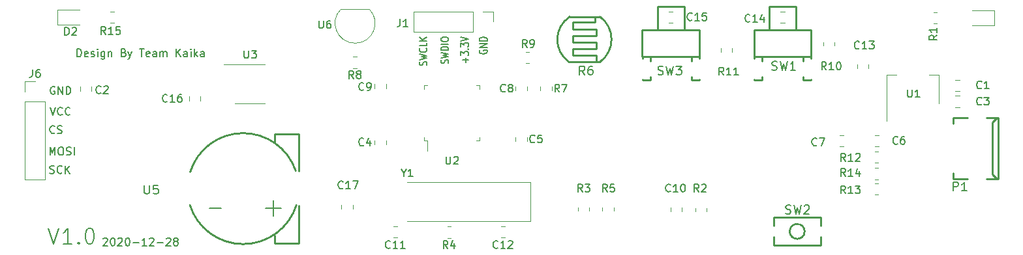
<source format=gto>
%TF.GenerationSoftware,KiCad,Pcbnew,(5.1.9)-1*%
%TF.CreationDate,2020-12-28T18:37:18+08:00*%
%TF.ProjectId,kaika_clock_main,6b61696b-615f-4636-9c6f-636b5f6d6169,rev?*%
%TF.SameCoordinates,Original*%
%TF.FileFunction,Legend,Top*%
%TF.FilePolarity,Positive*%
%FSLAX46Y46*%
G04 Gerber Fmt 4.6, Leading zero omitted, Abs format (unit mm)*
G04 Created by KiCad (PCBNEW (5.1.9)-1) date 2020-12-28 18:37:18*
%MOMM*%
%LPD*%
G01*
G04 APERTURE LIST*
%ADD10C,0.150000*%
%ADD11C,0.120000*%
%ADD12C,0.254000*%
%ADD13C,0.152400*%
G04 APERTURE END LIST*
D10*
X104914285Y-121704761D02*
X105057142Y-121752380D01*
X105295238Y-121752380D01*
X105390476Y-121704761D01*
X105438095Y-121657142D01*
X105485714Y-121561904D01*
X105485714Y-121466666D01*
X105438095Y-121371428D01*
X105390476Y-121323809D01*
X105295238Y-121276190D01*
X105104761Y-121228571D01*
X105009523Y-121180952D01*
X104961904Y-121133333D01*
X104914285Y-121038095D01*
X104914285Y-120942857D01*
X104961904Y-120847619D01*
X105009523Y-120800000D01*
X105104761Y-120752380D01*
X105342857Y-120752380D01*
X105485714Y-120800000D01*
X106485714Y-121657142D02*
X106438095Y-121704761D01*
X106295238Y-121752380D01*
X106200000Y-121752380D01*
X106057142Y-121704761D01*
X105961904Y-121609523D01*
X105914285Y-121514285D01*
X105866666Y-121323809D01*
X105866666Y-121180952D01*
X105914285Y-120990476D01*
X105961904Y-120895238D01*
X106057142Y-120800000D01*
X106200000Y-120752380D01*
X106295238Y-120752380D01*
X106438095Y-120800000D01*
X106485714Y-120847619D01*
X106914285Y-121752380D02*
X106914285Y-120752380D01*
X107485714Y-121752380D02*
X107057142Y-121180952D01*
X107485714Y-120752380D02*
X106914285Y-121323809D01*
X104928571Y-119352380D02*
X104928571Y-118352380D01*
X105261904Y-119066666D01*
X105595238Y-118352380D01*
X105595238Y-119352380D01*
X106261904Y-118352380D02*
X106452380Y-118352380D01*
X106547619Y-118400000D01*
X106642857Y-118495238D01*
X106690476Y-118685714D01*
X106690476Y-119019047D01*
X106642857Y-119209523D01*
X106547619Y-119304761D01*
X106452380Y-119352380D01*
X106261904Y-119352380D01*
X106166666Y-119304761D01*
X106071428Y-119209523D01*
X106023809Y-119019047D01*
X106023809Y-118685714D01*
X106071428Y-118495238D01*
X106166666Y-118400000D01*
X106261904Y-118352380D01*
X107071428Y-119304761D02*
X107214285Y-119352380D01*
X107452380Y-119352380D01*
X107547619Y-119304761D01*
X107595238Y-119257142D01*
X107642857Y-119161904D01*
X107642857Y-119066666D01*
X107595238Y-118971428D01*
X107547619Y-118923809D01*
X107452380Y-118876190D01*
X107261904Y-118828571D01*
X107166666Y-118780952D01*
X107119047Y-118733333D01*
X107071428Y-118638095D01*
X107071428Y-118542857D01*
X107119047Y-118447619D01*
X107166666Y-118400000D01*
X107261904Y-118352380D01*
X107500000Y-118352380D01*
X107642857Y-118400000D01*
X108071428Y-119352380D02*
X108071428Y-118352380D01*
X105533333Y-116457142D02*
X105485714Y-116504761D01*
X105342857Y-116552380D01*
X105247619Y-116552380D01*
X105104761Y-116504761D01*
X105009523Y-116409523D01*
X104961904Y-116314285D01*
X104914285Y-116123809D01*
X104914285Y-115980952D01*
X104961904Y-115790476D01*
X105009523Y-115695238D01*
X105104761Y-115600000D01*
X105247619Y-115552380D01*
X105342857Y-115552380D01*
X105485714Y-115600000D01*
X105533333Y-115647619D01*
X105914285Y-116504761D02*
X106057142Y-116552380D01*
X106295238Y-116552380D01*
X106390476Y-116504761D01*
X106438095Y-116457142D01*
X106485714Y-116361904D01*
X106485714Y-116266666D01*
X106438095Y-116171428D01*
X106390476Y-116123809D01*
X106295238Y-116076190D01*
X106104761Y-116028571D01*
X106009523Y-115980952D01*
X105961904Y-115933333D01*
X105914285Y-115838095D01*
X105914285Y-115742857D01*
X105961904Y-115647619D01*
X106009523Y-115600000D01*
X106104761Y-115552380D01*
X106342857Y-115552380D01*
X106485714Y-115600000D01*
X104966666Y-113152380D02*
X105300000Y-114152380D01*
X105633333Y-113152380D01*
X106538095Y-114057142D02*
X106490476Y-114104761D01*
X106347619Y-114152380D01*
X106252380Y-114152380D01*
X106109523Y-114104761D01*
X106014285Y-114009523D01*
X105966666Y-113914285D01*
X105919047Y-113723809D01*
X105919047Y-113580952D01*
X105966666Y-113390476D01*
X106014285Y-113295238D01*
X106109523Y-113200000D01*
X106252380Y-113152380D01*
X106347619Y-113152380D01*
X106490476Y-113200000D01*
X106538095Y-113247619D01*
X107538095Y-114057142D02*
X107490476Y-114104761D01*
X107347619Y-114152380D01*
X107252380Y-114152380D01*
X107109523Y-114104761D01*
X107014285Y-114009523D01*
X106966666Y-113914285D01*
X106919047Y-113723809D01*
X106919047Y-113580952D01*
X106966666Y-113390476D01*
X107014285Y-113295238D01*
X107109523Y-113200000D01*
X107252380Y-113152380D01*
X107347619Y-113152380D01*
X107490476Y-113200000D01*
X107538095Y-113247619D01*
X105538095Y-110500000D02*
X105442857Y-110452380D01*
X105300000Y-110452380D01*
X105157142Y-110500000D01*
X105061904Y-110595238D01*
X105014285Y-110690476D01*
X104966666Y-110880952D01*
X104966666Y-111023809D01*
X105014285Y-111214285D01*
X105061904Y-111309523D01*
X105157142Y-111404761D01*
X105300000Y-111452380D01*
X105395238Y-111452380D01*
X105538095Y-111404761D01*
X105585714Y-111357142D01*
X105585714Y-111023809D01*
X105395238Y-111023809D01*
X106014285Y-111452380D02*
X106014285Y-110452380D01*
X106585714Y-111452380D01*
X106585714Y-110452380D01*
X107061904Y-111452380D02*
X107061904Y-110452380D01*
X107300000Y-110452380D01*
X107442857Y-110500000D01*
X107538095Y-110595238D01*
X107585714Y-110690476D01*
X107633333Y-110880952D01*
X107633333Y-111023809D01*
X107585714Y-111214285D01*
X107538095Y-111309523D01*
X107442857Y-111404761D01*
X107300000Y-111452380D01*
X107061904Y-111452380D01*
X160700000Y-105709523D02*
X160652380Y-105785714D01*
X160652380Y-105900000D01*
X160700000Y-106014285D01*
X160795238Y-106090476D01*
X160890476Y-106128571D01*
X161080952Y-106166666D01*
X161223809Y-106166666D01*
X161414285Y-106128571D01*
X161509523Y-106090476D01*
X161604761Y-106014285D01*
X161652380Y-105900000D01*
X161652380Y-105823809D01*
X161604761Y-105709523D01*
X161557142Y-105671428D01*
X161223809Y-105671428D01*
X161223809Y-105823809D01*
X161652380Y-105328571D02*
X160652380Y-105328571D01*
X161652380Y-104871428D01*
X160652380Y-104871428D01*
X161652380Y-104490476D02*
X160652380Y-104490476D01*
X160652380Y-104300000D01*
X160700000Y-104185714D01*
X160795238Y-104109523D01*
X160890476Y-104071428D01*
X161080952Y-104033333D01*
X161223809Y-104033333D01*
X161414285Y-104071428D01*
X161509523Y-104109523D01*
X161604761Y-104185714D01*
X161652380Y-104300000D01*
X161652380Y-104490476D01*
X158871428Y-107300000D02*
X158871428Y-106690476D01*
X159252380Y-106995238D02*
X158490476Y-106995238D01*
X158252380Y-106385714D02*
X158252380Y-105890476D01*
X158633333Y-106157142D01*
X158633333Y-106042857D01*
X158680952Y-105966666D01*
X158728571Y-105928571D01*
X158823809Y-105890476D01*
X159061904Y-105890476D01*
X159157142Y-105928571D01*
X159204761Y-105966666D01*
X159252380Y-106042857D01*
X159252380Y-106271428D01*
X159204761Y-106347619D01*
X159157142Y-106385714D01*
X159157142Y-105547619D02*
X159204761Y-105509523D01*
X159252380Y-105547619D01*
X159204761Y-105585714D01*
X159157142Y-105547619D01*
X159252380Y-105547619D01*
X158252380Y-105242857D02*
X158252380Y-104747619D01*
X158633333Y-105014285D01*
X158633333Y-104900000D01*
X158680952Y-104823809D01*
X158728571Y-104785714D01*
X158823809Y-104747619D01*
X159061904Y-104747619D01*
X159157142Y-104785714D01*
X159204761Y-104823809D01*
X159252380Y-104900000D01*
X159252380Y-105128571D01*
X159204761Y-105204761D01*
X159157142Y-105242857D01*
X158252380Y-104519047D02*
X159252380Y-104252380D01*
X158252380Y-103985714D01*
X156604761Y-107423809D02*
X156652380Y-107309523D01*
X156652380Y-107119047D01*
X156604761Y-107042856D01*
X156557142Y-107004761D01*
X156461904Y-106966666D01*
X156366666Y-106966666D01*
X156271428Y-107004761D01*
X156223809Y-107042856D01*
X156176190Y-107119047D01*
X156128571Y-107271428D01*
X156080952Y-107347618D01*
X156033333Y-107385713D01*
X155938095Y-107423809D01*
X155842857Y-107423809D01*
X155747619Y-107385713D01*
X155700000Y-107347618D01*
X155652380Y-107271428D01*
X155652380Y-107080951D01*
X155700000Y-106966666D01*
X155652380Y-106699999D02*
X156652380Y-106509523D01*
X155938095Y-106357142D01*
X156652380Y-106204761D01*
X155652380Y-106014285D01*
X156652380Y-105709523D02*
X155652380Y-105709523D01*
X155652380Y-105519047D01*
X155700000Y-105404761D01*
X155795238Y-105328571D01*
X155890476Y-105290475D01*
X156080952Y-105252380D01*
X156223809Y-105252380D01*
X156414285Y-105290475D01*
X156509523Y-105328571D01*
X156604761Y-105404761D01*
X156652380Y-105519047D01*
X156652380Y-105709523D01*
X156652380Y-104909523D02*
X155652380Y-104909523D01*
X155652380Y-104376190D02*
X155652380Y-104223809D01*
X155700000Y-104147618D01*
X155795238Y-104071428D01*
X155985714Y-104033332D01*
X156319047Y-104033332D01*
X156509523Y-104071428D01*
X156604761Y-104147618D01*
X156652380Y-104223809D01*
X156652380Y-104376190D01*
X156604761Y-104452380D01*
X156509523Y-104528571D01*
X156319047Y-104566666D01*
X155985714Y-104566666D01*
X155795238Y-104528571D01*
X155700000Y-104452380D01*
X155652380Y-104376190D01*
X153804761Y-107652380D02*
X153852380Y-107538095D01*
X153852380Y-107347618D01*
X153804761Y-107271428D01*
X153757142Y-107233333D01*
X153661904Y-107195237D01*
X153566666Y-107195237D01*
X153471428Y-107233333D01*
X153423809Y-107271428D01*
X153376190Y-107347618D01*
X153328571Y-107499999D01*
X153280952Y-107576190D01*
X153233333Y-107614285D01*
X153138095Y-107652380D01*
X153042857Y-107652380D01*
X152947619Y-107614285D01*
X152900000Y-107576190D01*
X152852380Y-107499999D01*
X152852380Y-107309523D01*
X152900000Y-107195237D01*
X152852380Y-106928571D02*
X153852380Y-106738095D01*
X153138095Y-106585714D01*
X153852380Y-106433333D01*
X152852380Y-106242857D01*
X153757142Y-105480952D02*
X153804761Y-105519047D01*
X153852380Y-105633333D01*
X153852380Y-105709523D01*
X153804761Y-105823809D01*
X153709523Y-105899999D01*
X153614285Y-105938095D01*
X153423809Y-105976190D01*
X153280952Y-105976190D01*
X153090476Y-105938095D01*
X152995238Y-105899999D01*
X152900000Y-105823809D01*
X152852380Y-105709523D01*
X152852380Y-105633333D01*
X152900000Y-105519047D01*
X152947619Y-105480952D01*
X153852380Y-104757142D02*
X153852380Y-105138095D01*
X152852380Y-105138095D01*
X153852380Y-104490476D02*
X152852380Y-104490476D01*
X153852380Y-104033333D02*
X153280952Y-104376190D01*
X152852380Y-104033333D02*
X153423809Y-104490476D01*
X111842857Y-130247619D02*
X111890476Y-130200000D01*
X111985714Y-130152380D01*
X112223809Y-130152380D01*
X112319047Y-130200000D01*
X112366666Y-130247619D01*
X112414285Y-130342857D01*
X112414285Y-130438095D01*
X112366666Y-130580952D01*
X111795238Y-131152380D01*
X112414285Y-131152380D01*
X113033333Y-130152380D02*
X113128571Y-130152380D01*
X113223809Y-130200000D01*
X113271428Y-130247619D01*
X113319047Y-130342857D01*
X113366666Y-130533333D01*
X113366666Y-130771428D01*
X113319047Y-130961904D01*
X113271428Y-131057142D01*
X113223809Y-131104761D01*
X113128571Y-131152380D01*
X113033333Y-131152380D01*
X112938095Y-131104761D01*
X112890476Y-131057142D01*
X112842857Y-130961904D01*
X112795238Y-130771428D01*
X112795238Y-130533333D01*
X112842857Y-130342857D01*
X112890476Y-130247619D01*
X112938095Y-130200000D01*
X113033333Y-130152380D01*
X113747619Y-130247619D02*
X113795238Y-130200000D01*
X113890476Y-130152380D01*
X114128571Y-130152380D01*
X114223809Y-130200000D01*
X114271428Y-130247619D01*
X114319047Y-130342857D01*
X114319047Y-130438095D01*
X114271428Y-130580952D01*
X113700000Y-131152380D01*
X114319047Y-131152380D01*
X114938095Y-130152380D02*
X115033333Y-130152380D01*
X115128571Y-130200000D01*
X115176190Y-130247619D01*
X115223809Y-130342857D01*
X115271428Y-130533333D01*
X115271428Y-130771428D01*
X115223809Y-130961904D01*
X115176190Y-131057142D01*
X115128571Y-131104761D01*
X115033333Y-131152380D01*
X114938095Y-131152380D01*
X114842857Y-131104761D01*
X114795238Y-131057142D01*
X114747619Y-130961904D01*
X114700000Y-130771428D01*
X114700000Y-130533333D01*
X114747619Y-130342857D01*
X114795238Y-130247619D01*
X114842857Y-130200000D01*
X114938095Y-130152380D01*
X115700000Y-130771428D02*
X116461904Y-130771428D01*
X117461904Y-131152380D02*
X116890476Y-131152380D01*
X117176190Y-131152380D02*
X117176190Y-130152380D01*
X117080952Y-130295238D01*
X116985714Y-130390476D01*
X116890476Y-130438095D01*
X117842857Y-130247619D02*
X117890476Y-130200000D01*
X117985714Y-130152380D01*
X118223809Y-130152380D01*
X118319047Y-130200000D01*
X118366666Y-130247619D01*
X118414285Y-130342857D01*
X118414285Y-130438095D01*
X118366666Y-130580952D01*
X117795238Y-131152380D01*
X118414285Y-131152380D01*
X118842857Y-130771428D02*
X119604761Y-130771428D01*
X120033333Y-130247619D02*
X120080952Y-130200000D01*
X120176190Y-130152380D01*
X120414285Y-130152380D01*
X120509523Y-130200000D01*
X120557142Y-130247619D01*
X120604761Y-130342857D01*
X120604761Y-130438095D01*
X120557142Y-130580952D01*
X119985714Y-131152380D01*
X120604761Y-131152380D01*
X121176190Y-130580952D02*
X121080952Y-130533333D01*
X121033333Y-130485714D01*
X120985714Y-130390476D01*
X120985714Y-130342857D01*
X121033333Y-130247619D01*
X121080952Y-130200000D01*
X121176190Y-130152380D01*
X121366666Y-130152380D01*
X121461904Y-130200000D01*
X121509523Y-130247619D01*
X121557142Y-130342857D01*
X121557142Y-130390476D01*
X121509523Y-130485714D01*
X121461904Y-130533333D01*
X121366666Y-130580952D01*
X121176190Y-130580952D01*
X121080952Y-130628571D01*
X121033333Y-130676190D01*
X120985714Y-130771428D01*
X120985714Y-130961904D01*
X121033333Y-131057142D01*
X121080952Y-131104761D01*
X121176190Y-131152380D01*
X121366666Y-131152380D01*
X121461904Y-131104761D01*
X121509523Y-131057142D01*
X121557142Y-130961904D01*
X121557142Y-130771428D01*
X121509523Y-130676190D01*
X121461904Y-130628571D01*
X121366666Y-130580952D01*
X104752380Y-128904761D02*
X105419047Y-130904761D01*
X106085714Y-128904761D01*
X107800000Y-130904761D02*
X106657142Y-130904761D01*
X107228571Y-130904761D02*
X107228571Y-128904761D01*
X107038095Y-129190476D01*
X106847619Y-129380952D01*
X106657142Y-129476190D01*
X108657142Y-130714285D02*
X108752380Y-130809523D01*
X108657142Y-130904761D01*
X108561904Y-130809523D01*
X108657142Y-130714285D01*
X108657142Y-130904761D01*
X109990476Y-128904761D02*
X110180952Y-128904761D01*
X110371428Y-129000000D01*
X110466666Y-129095238D01*
X110561904Y-129285714D01*
X110657142Y-129666666D01*
X110657142Y-130142857D01*
X110561904Y-130523809D01*
X110466666Y-130714285D01*
X110371428Y-130809523D01*
X110180952Y-130904761D01*
X109990476Y-130904761D01*
X109800000Y-130809523D01*
X109704761Y-130714285D01*
X109609523Y-130523809D01*
X109514285Y-130142857D01*
X109514285Y-129666666D01*
X109609523Y-129285714D01*
X109704761Y-129095238D01*
X109800000Y-129000000D01*
X109990476Y-128904761D01*
X108461904Y-106552380D02*
X108461904Y-105552380D01*
X108700000Y-105552380D01*
X108842857Y-105600000D01*
X108938095Y-105695238D01*
X108985714Y-105790476D01*
X109033333Y-105980952D01*
X109033333Y-106123809D01*
X108985714Y-106314285D01*
X108938095Y-106409523D01*
X108842857Y-106504761D01*
X108700000Y-106552380D01*
X108461904Y-106552380D01*
X109842857Y-106504761D02*
X109747619Y-106552380D01*
X109557142Y-106552380D01*
X109461904Y-106504761D01*
X109414285Y-106409523D01*
X109414285Y-106028571D01*
X109461904Y-105933333D01*
X109557142Y-105885714D01*
X109747619Y-105885714D01*
X109842857Y-105933333D01*
X109890476Y-106028571D01*
X109890476Y-106123809D01*
X109414285Y-106219047D01*
X110271428Y-106504761D02*
X110366666Y-106552380D01*
X110557142Y-106552380D01*
X110652380Y-106504761D01*
X110700000Y-106409523D01*
X110700000Y-106361904D01*
X110652380Y-106266666D01*
X110557142Y-106219047D01*
X110414285Y-106219047D01*
X110319047Y-106171428D01*
X110271428Y-106076190D01*
X110271428Y-106028571D01*
X110319047Y-105933333D01*
X110414285Y-105885714D01*
X110557142Y-105885714D01*
X110652380Y-105933333D01*
X111128571Y-106552380D02*
X111128571Y-105885714D01*
X111128571Y-105552380D02*
X111080952Y-105600000D01*
X111128571Y-105647619D01*
X111176190Y-105600000D01*
X111128571Y-105552380D01*
X111128571Y-105647619D01*
X112033333Y-105885714D02*
X112033333Y-106695238D01*
X111985714Y-106790476D01*
X111938095Y-106838095D01*
X111842857Y-106885714D01*
X111700000Y-106885714D01*
X111604761Y-106838095D01*
X112033333Y-106504761D02*
X111938095Y-106552380D01*
X111747619Y-106552380D01*
X111652380Y-106504761D01*
X111604761Y-106457142D01*
X111557142Y-106361904D01*
X111557142Y-106076190D01*
X111604761Y-105980952D01*
X111652380Y-105933333D01*
X111747619Y-105885714D01*
X111938095Y-105885714D01*
X112033333Y-105933333D01*
X112509523Y-105885714D02*
X112509523Y-106552380D01*
X112509523Y-105980952D02*
X112557142Y-105933333D01*
X112652380Y-105885714D01*
X112795238Y-105885714D01*
X112890476Y-105933333D01*
X112938095Y-106028571D01*
X112938095Y-106552380D01*
X114509523Y-106028571D02*
X114652380Y-106076190D01*
X114700000Y-106123809D01*
X114747619Y-106219047D01*
X114747619Y-106361904D01*
X114700000Y-106457142D01*
X114652380Y-106504761D01*
X114557142Y-106552380D01*
X114176190Y-106552380D01*
X114176190Y-105552380D01*
X114509523Y-105552380D01*
X114604761Y-105600000D01*
X114652380Y-105647619D01*
X114700000Y-105742857D01*
X114700000Y-105838095D01*
X114652380Y-105933333D01*
X114604761Y-105980952D01*
X114509523Y-106028571D01*
X114176190Y-106028571D01*
X115080952Y-105885714D02*
X115319047Y-106552380D01*
X115557142Y-105885714D02*
X115319047Y-106552380D01*
X115223809Y-106790476D01*
X115176190Y-106838095D01*
X115080952Y-106885714D01*
X116557142Y-105552380D02*
X117128571Y-105552380D01*
X116842857Y-106552380D02*
X116842857Y-105552380D01*
X117842857Y-106504761D02*
X117747619Y-106552380D01*
X117557142Y-106552380D01*
X117461904Y-106504761D01*
X117414285Y-106409523D01*
X117414285Y-106028571D01*
X117461904Y-105933333D01*
X117557142Y-105885714D01*
X117747619Y-105885714D01*
X117842857Y-105933333D01*
X117890476Y-106028571D01*
X117890476Y-106123809D01*
X117414285Y-106219047D01*
X118747619Y-106552380D02*
X118747619Y-106028571D01*
X118700000Y-105933333D01*
X118604761Y-105885714D01*
X118414285Y-105885714D01*
X118319047Y-105933333D01*
X118747619Y-106504761D02*
X118652380Y-106552380D01*
X118414285Y-106552380D01*
X118319047Y-106504761D01*
X118271428Y-106409523D01*
X118271428Y-106314285D01*
X118319047Y-106219047D01*
X118414285Y-106171428D01*
X118652380Y-106171428D01*
X118747619Y-106123809D01*
X119223809Y-106552380D02*
X119223809Y-105885714D01*
X119223809Y-105980952D02*
X119271428Y-105933333D01*
X119366666Y-105885714D01*
X119509523Y-105885714D01*
X119604761Y-105933333D01*
X119652380Y-106028571D01*
X119652380Y-106552380D01*
X119652380Y-106028571D02*
X119700000Y-105933333D01*
X119795238Y-105885714D01*
X119938095Y-105885714D01*
X120033333Y-105933333D01*
X120080952Y-106028571D01*
X120080952Y-106552380D01*
X121319047Y-106552380D02*
X121319047Y-105552380D01*
X121890476Y-106552380D02*
X121461904Y-105980952D01*
X121890476Y-105552380D02*
X121319047Y-106123809D01*
X122747619Y-106552380D02*
X122747619Y-106028571D01*
X122700000Y-105933333D01*
X122604761Y-105885714D01*
X122414285Y-105885714D01*
X122319047Y-105933333D01*
X122747619Y-106504761D02*
X122652380Y-106552380D01*
X122414285Y-106552380D01*
X122319047Y-106504761D01*
X122271428Y-106409523D01*
X122271428Y-106314285D01*
X122319047Y-106219047D01*
X122414285Y-106171428D01*
X122652380Y-106171428D01*
X122747619Y-106123809D01*
X123223809Y-106552380D02*
X123223809Y-105885714D01*
X123223809Y-105552380D02*
X123176190Y-105600000D01*
X123223809Y-105647619D01*
X123271428Y-105600000D01*
X123223809Y-105552380D01*
X123223809Y-105647619D01*
X123700000Y-106552380D02*
X123700000Y-105552380D01*
X123795238Y-106171428D02*
X124080952Y-106552380D01*
X124080952Y-105885714D02*
X123700000Y-106266666D01*
X124938095Y-106552380D02*
X124938095Y-106028571D01*
X124890476Y-105933333D01*
X124795238Y-105885714D01*
X124604761Y-105885714D01*
X124509523Y-105933333D01*
X124938095Y-106504761D02*
X124842857Y-106552380D01*
X124604761Y-106552380D01*
X124509523Y-106504761D01*
X124461904Y-106409523D01*
X124461904Y-106314285D01*
X124509523Y-106219047D01*
X124604761Y-106171428D01*
X124842857Y-106171428D01*
X124938095Y-106123809D01*
D11*
%TO.C,R13*%
X212427064Y-123065000D02*
X211972936Y-123065000D01*
X212427064Y-124535000D02*
X211972936Y-124535000D01*
D12*
%TO.C,SW1*%
X201749958Y-100050052D02*
X201749958Y-103050046D01*
X198249838Y-100050052D02*
X201749958Y-100050052D01*
X198249838Y-103050046D02*
X198249838Y-100050052D01*
X201749958Y-103050046D02*
X198249838Y-103050046D01*
X203699916Y-103116848D02*
X203699916Y-106549912D01*
X196299880Y-103116848D02*
X203699916Y-103116848D01*
X196299880Y-106549912D02*
X196299880Y-103116848D01*
X203699916Y-106549912D02*
X196299880Y-106549912D01*
X202667000Y-109594000D02*
X202667000Y-109187575D01*
X203683000Y-109594000D02*
X202667000Y-109594000D01*
X202667000Y-107112445D02*
X202667000Y-106546000D01*
X197333000Y-109594000D02*
X197333000Y-109187575D01*
X197333000Y-107112445D02*
X197333000Y-106546000D01*
X196317000Y-109594000D02*
X196317000Y-109468473D01*
X197333000Y-109594000D02*
X196317000Y-109594000D01*
X196317000Y-106831547D02*
X196317000Y-106546000D01*
X203683000Y-109594000D02*
X203683000Y-109468473D01*
X203683000Y-106831547D02*
X203683000Y-106419000D01*
D11*
%TO.C,C17*%
X142765000Y-126361252D02*
X142765000Y-125838748D01*
X144235000Y-126361252D02*
X144235000Y-125838748D01*
%TO.C,C16*%
X124435000Y-111738748D02*
X124435000Y-112261252D01*
X122965000Y-111738748D02*
X122965000Y-112261252D01*
%TO.C,U6*%
X146330000Y-100350000D02*
X142730000Y-100350000D01*
X142691522Y-100361522D02*
G75*
G03*
X144530000Y-104800000I1838478J-1838478D01*
G01*
X146368478Y-100361522D02*
G75*
G02*
X144530000Y-104800000I-1838478J-1838478D01*
G01*
D12*
%TO.C,P1*%
X226442210Y-122499992D02*
X227927246Y-122499992D01*
X222187354Y-122499992D02*
X223972618Y-122499992D01*
X226442210Y-114500008D02*
X227919956Y-114500008D01*
X222187354Y-114500008D02*
X223972618Y-114500008D01*
X222187354Y-115241891D02*
X222187354Y-114500008D01*
X222187354Y-122499992D02*
X222187354Y-121737789D01*
X227947312Y-114500008D02*
X227947312Y-122499992D01*
X227237382Y-115110116D02*
X227237382Y-121879978D01*
X227827424Y-114520074D02*
X227237382Y-115110116D01*
X227947312Y-114520074D02*
X227827424Y-114520074D01*
X227827424Y-122470020D02*
X227237382Y-121879978D01*
X227927246Y-122470020D02*
X227827424Y-122470020D01*
D11*
%TO.C,C1*%
X222438748Y-111035000D02*
X222961252Y-111035000D01*
X222438748Y-109565000D02*
X222961252Y-109565000D01*
%TO.C,D2*%
X105940000Y-102360000D02*
X108800000Y-102360000D01*
X105940000Y-100440000D02*
X105940000Y-102360000D01*
X108800000Y-100440000D02*
X105940000Y-100440000D01*
%TO.C,R15*%
X112772936Y-102135000D02*
X113227064Y-102135000D01*
X112772936Y-100665000D02*
X113227064Y-100665000D01*
%TO.C,R14*%
X212427064Y-121040684D02*
X211972936Y-121040684D01*
X212427064Y-122510684D02*
X211972936Y-122510684D01*
%TO.C,R12*%
X212427064Y-118916370D02*
X211972936Y-118916370D01*
X212427064Y-120386370D02*
X211972936Y-120386370D01*
D12*
%TO.C,R6*%
X172800003Y-106399996D02*
X172800003Y-105499998D01*
X172800003Y-105499998D02*
X175799997Y-105499998D01*
X175799997Y-105499998D02*
X175799997Y-104699999D01*
X175799997Y-104699999D02*
X172800003Y-104699999D01*
X172800003Y-104699999D02*
X172800003Y-103800001D01*
X172800003Y-103800001D02*
X175799997Y-103800001D01*
X175799997Y-103800001D02*
X175799997Y-103000003D01*
X175799997Y-103000003D02*
X172800003Y-103000003D01*
X172800003Y-103000003D02*
X172800003Y-102100004D01*
X172800003Y-102100004D02*
X175699997Y-102100004D01*
X175699997Y-102100004D02*
X175699997Y-101349993D01*
X175806601Y-107250007D02*
X175806601Y-106399996D01*
X175806601Y-106399996D02*
X173000003Y-106399996D01*
X173000003Y-106399996D02*
X172800003Y-106399996D01*
X172300004Y-107250007D02*
X176299996Y-107250007D01*
X172400004Y-101349993D02*
X176299996Y-101349993D01*
X176299996Y-107250007D02*
G75*
G03*
X176298980Y-101351060I-2133322J2949106D01*
G01*
X172400080Y-101351060D02*
G75*
G03*
X172300004Y-107250007I1915675J-2982822D01*
G01*
D11*
%TO.C,R10*%
X206735000Y-104672936D02*
X206735000Y-105127064D01*
X205265000Y-104672936D02*
X205265000Y-105127064D01*
%TO.C,R11*%
X193435000Y-105472936D02*
X193435000Y-105927064D01*
X191965000Y-105472936D02*
X191965000Y-105927064D01*
%TO.C,C15*%
X185238748Y-100665000D02*
X185761252Y-100665000D01*
X185238748Y-102135000D02*
X185761252Y-102135000D01*
%TO.C,C14*%
X199738748Y-100665000D02*
X200261252Y-100665000D01*
X199738748Y-102135000D02*
X200261252Y-102135000D01*
%TO.C,R9*%
X167127064Y-107435000D02*
X166672936Y-107435000D01*
X167127064Y-105965000D02*
X166672936Y-105965000D01*
%TO.C,R8*%
X144727064Y-108035000D02*
X144272936Y-108035000D01*
X144727064Y-106565000D02*
X144272936Y-106565000D01*
%TO.C,R7*%
X170035000Y-110472936D02*
X170035000Y-110927064D01*
X168565000Y-110472936D02*
X168565000Y-110927064D01*
D12*
%TO.C,SW3*%
X187249958Y-100050052D02*
X187249958Y-103050046D01*
X183749838Y-100050052D02*
X187249958Y-100050052D01*
X183749838Y-103050046D02*
X183749838Y-100050052D01*
X187249958Y-103050046D02*
X183749838Y-103050046D01*
X189199916Y-103116848D02*
X189199916Y-106549912D01*
X181799880Y-103116848D02*
X189199916Y-103116848D01*
X181799880Y-106549912D02*
X181799880Y-103116848D01*
X189199916Y-106549912D02*
X181799880Y-106549912D01*
X188167000Y-109594000D02*
X188167000Y-109187575D01*
X189183000Y-109594000D02*
X188167000Y-109594000D01*
X188167000Y-107112445D02*
X188167000Y-106546000D01*
X182833000Y-109594000D02*
X182833000Y-109187575D01*
X182833000Y-107112445D02*
X182833000Y-106546000D01*
X181817000Y-109594000D02*
X181817000Y-109468473D01*
X182833000Y-109594000D02*
X181817000Y-109594000D01*
X181817000Y-106831547D02*
X181817000Y-106546000D01*
X189183000Y-109594000D02*
X189183000Y-109468473D01*
X189183000Y-106831547D02*
X189183000Y-106419000D01*
%TO.C,SW2*%
X202867232Y-129300000D02*
G75*
G03*
X202867232Y-129300000I-967232J0D01*
G01*
X198852000Y-127500004D02*
X198852000Y-128574855D01*
X201900000Y-127500004D02*
X198852000Y-127500004D01*
X204948000Y-131099996D02*
X204948000Y-130025145D01*
X201900000Y-131099996D02*
X204948000Y-131099996D01*
X198852000Y-131099996D02*
X198852000Y-130025145D01*
X201900000Y-131099996D02*
X198852000Y-131099996D01*
X204948000Y-127500004D02*
X204948000Y-128574855D01*
X201900000Y-127500004D02*
X204948000Y-127500004D01*
D13*
%TO.C,U5*%
X127180600Y-126240000D02*
X125656600Y-126240000D01*
D12*
X134064000Y-129870625D02*
X134064000Y-130812000D01*
X134064000Y-130812000D02*
X137220026Y-130812000D01*
X137220026Y-130812000D02*
X137220026Y-125931136D01*
X137220026Y-121468864D02*
X137220026Y-116588000D01*
X137220026Y-116588000D02*
X134064000Y-116588000D01*
X134064000Y-116588000D02*
X134064000Y-117788302D01*
D13*
X133911600Y-125224000D02*
X133911600Y-127256000D01*
X134927600Y-126240000D02*
X132895600Y-126240000D01*
D12*
X123082386Y-125854046D02*
G75*
G03*
X136911035Y-125875104I6917621J2154015D01*
G01*
X136815430Y-121402545D02*
G75*
G03*
X123128513Y-121576077I-6815430J-2297435D01*
G01*
D11*
%TO.C,C13*%
X209665000Y-107538748D02*
X209665000Y-108061252D01*
X211135000Y-107538748D02*
X211135000Y-108061252D01*
%TO.C,U2*%
X153940000Y-117510000D02*
X153940000Y-118800000D01*
X153490000Y-117510000D02*
X153940000Y-117510000D01*
X153490000Y-117060000D02*
X153490000Y-117510000D01*
X153490000Y-110290000D02*
X153940000Y-110290000D01*
X153490000Y-110740000D02*
X153490000Y-110290000D01*
X160710000Y-117510000D02*
X160260000Y-117510000D01*
X160710000Y-117060000D02*
X160710000Y-117510000D01*
X160710000Y-110290000D02*
X160260000Y-110290000D01*
X160710000Y-110740000D02*
X160710000Y-110290000D01*
%TO.C,U1*%
X213490000Y-114900000D02*
X213490000Y-108890000D01*
X220310000Y-112650000D02*
X220310000Y-108890000D01*
X213490000Y-108890000D02*
X214750000Y-108890000D01*
X220310000Y-108890000D02*
X219050000Y-108890000D01*
%TO.C,C9*%
X147065000Y-110138748D02*
X147065000Y-110661252D01*
X148535000Y-110138748D02*
X148535000Y-110661252D01*
%TO.C,C6*%
X212491252Y-118232056D02*
X211968748Y-118232056D01*
X212491252Y-116762056D02*
X211968748Y-116762056D01*
%TO.C,Y1*%
X167275000Y-122850000D02*
X151300000Y-122850000D01*
X167275000Y-127950000D02*
X167275000Y-122850000D01*
X151300000Y-127950000D02*
X167275000Y-127950000D01*
%TO.C,U3*%
X130900000Y-107540000D02*
X127450000Y-107540000D01*
X130900000Y-107540000D02*
X132850000Y-107540000D01*
X130900000Y-112660000D02*
X128950000Y-112660000D01*
X130900000Y-112660000D02*
X132850000Y-112660000D01*
%TO.C,R5*%
X178105000Y-126627064D02*
X178105000Y-126172936D01*
X176635000Y-126627064D02*
X176635000Y-126172936D01*
%TO.C,R4*%
X156492936Y-130135000D02*
X156947064Y-130135000D01*
X156492936Y-128665000D02*
X156947064Y-128665000D01*
%TO.C,R3*%
X174930000Y-126627064D02*
X174930000Y-126172936D01*
X173460000Y-126627064D02*
X173460000Y-126172936D01*
%TO.C,R2*%
X188665000Y-126272936D02*
X188665000Y-126727064D01*
X190135000Y-126272936D02*
X190135000Y-126727064D01*
%TO.C,R1*%
X220027064Y-100765000D02*
X219572936Y-100765000D01*
X220027064Y-102235000D02*
X219572936Y-102235000D01*
%TO.C,J6*%
X101670000Y-109770000D02*
X103000000Y-109770000D01*
X101670000Y-111100000D02*
X101670000Y-109770000D01*
X101670000Y-112370000D02*
X104330000Y-112370000D01*
X104330000Y-112370000D02*
X104330000Y-122590000D01*
X101670000Y-112370000D02*
X101670000Y-122590000D01*
X101670000Y-122590000D02*
X104330000Y-122590000D01*
%TO.C,J1*%
X162430000Y-100670000D02*
X162430000Y-102000000D01*
X161100000Y-100670000D02*
X162430000Y-100670000D01*
X159830000Y-100670000D02*
X159830000Y-103330000D01*
X159830000Y-103330000D02*
X152150000Y-103330000D01*
X159830000Y-100670000D02*
X152150000Y-100670000D01*
X152150000Y-100670000D02*
X152150000Y-103330000D01*
%TO.C,D1*%
X227460000Y-100540000D02*
X224600000Y-100540000D01*
X227460000Y-102460000D02*
X227460000Y-100540000D01*
X224600000Y-102460000D02*
X227460000Y-102460000D01*
%TO.C,C12*%
X163966252Y-128635000D02*
X163443748Y-128635000D01*
X163966252Y-130105000D02*
X163443748Y-130105000D01*
%TO.C,C11*%
X149473748Y-130105000D02*
X149996252Y-130105000D01*
X149473748Y-128635000D02*
X149996252Y-128635000D01*
%TO.C,C10*%
X185465000Y-126208748D02*
X185465000Y-126731252D01*
X186935000Y-126208748D02*
X186935000Y-126731252D01*
%TO.C,C8*%
X165365000Y-110438748D02*
X165365000Y-110961252D01*
X166835000Y-110438748D02*
X166835000Y-110961252D01*
%TO.C,C7*%
X207438748Y-118235000D02*
X207961252Y-118235000D01*
X207438748Y-116765000D02*
X207961252Y-116765000D01*
%TO.C,C5*%
X165365000Y-117038748D02*
X165365000Y-117561252D01*
X166835000Y-117038748D02*
X166835000Y-117561252D01*
%TO.C,C4*%
X148535000Y-117961252D02*
X148535000Y-117438748D01*
X147065000Y-117961252D02*
X147065000Y-117438748D01*
%TO.C,C3*%
X222438748Y-113135000D02*
X222961252Y-113135000D01*
X222438748Y-111665000D02*
X222961252Y-111665000D01*
%TO.C,C2*%
X110335000Y-110998752D02*
X110335000Y-110476248D01*
X108865000Y-110998752D02*
X108865000Y-110476248D01*
%TO.C,R13*%
D10*
X208157142Y-124352380D02*
X207823809Y-123876190D01*
X207585714Y-124352380D02*
X207585714Y-123352380D01*
X207966666Y-123352380D01*
X208061904Y-123400000D01*
X208109523Y-123447619D01*
X208157142Y-123542857D01*
X208157142Y-123685714D01*
X208109523Y-123780952D01*
X208061904Y-123828571D01*
X207966666Y-123876190D01*
X207585714Y-123876190D01*
X209109523Y-124352380D02*
X208538095Y-124352380D01*
X208823809Y-124352380D02*
X208823809Y-123352380D01*
X208728571Y-123495238D01*
X208633333Y-123590476D01*
X208538095Y-123638095D01*
X209442857Y-123352380D02*
X210061904Y-123352380D01*
X209728571Y-123733333D01*
X209871428Y-123733333D01*
X209966666Y-123780952D01*
X210014285Y-123828571D01*
X210061904Y-123923809D01*
X210061904Y-124161904D01*
X210014285Y-124257142D01*
X209966666Y-124304761D01*
X209871428Y-124352380D01*
X209585714Y-124352380D01*
X209490476Y-124304761D01*
X209442857Y-124257142D01*
%TO.C,SW1*%
D13*
X198635225Y-108262642D02*
X198798511Y-108317071D01*
X199070654Y-108317071D01*
X199179511Y-108262642D01*
X199233940Y-108208214D01*
X199288368Y-108099357D01*
X199288368Y-107990500D01*
X199233940Y-107881642D01*
X199179511Y-107827214D01*
X199070654Y-107772785D01*
X198852940Y-107718357D01*
X198744082Y-107663928D01*
X198689654Y-107609500D01*
X198635225Y-107500642D01*
X198635225Y-107391785D01*
X198689654Y-107282928D01*
X198744082Y-107228500D01*
X198852940Y-107174071D01*
X199125082Y-107174071D01*
X199288368Y-107228500D01*
X199669368Y-107174071D02*
X199941511Y-108317071D01*
X200159225Y-107500642D01*
X200376940Y-108317071D01*
X200649082Y-107174071D01*
X201683225Y-108317071D02*
X201030082Y-108317071D01*
X201356654Y-108317071D02*
X201356654Y-107174071D01*
X201247797Y-107337357D01*
X201138940Y-107446214D01*
X201030082Y-107500642D01*
%TO.C,C17*%
D10*
X142957142Y-123657142D02*
X142909523Y-123704761D01*
X142766666Y-123752380D01*
X142671428Y-123752380D01*
X142528571Y-123704761D01*
X142433333Y-123609523D01*
X142385714Y-123514285D01*
X142338095Y-123323809D01*
X142338095Y-123180952D01*
X142385714Y-122990476D01*
X142433333Y-122895238D01*
X142528571Y-122800000D01*
X142671428Y-122752380D01*
X142766666Y-122752380D01*
X142909523Y-122800000D01*
X142957142Y-122847619D01*
X143909523Y-123752380D02*
X143338095Y-123752380D01*
X143623809Y-123752380D02*
X143623809Y-122752380D01*
X143528571Y-122895238D01*
X143433333Y-122990476D01*
X143338095Y-123038095D01*
X144242857Y-122752380D02*
X144909523Y-122752380D01*
X144480952Y-123752380D01*
%TO.C,C16*%
X120157142Y-112357142D02*
X120109523Y-112404761D01*
X119966666Y-112452380D01*
X119871428Y-112452380D01*
X119728571Y-112404761D01*
X119633333Y-112309523D01*
X119585714Y-112214285D01*
X119538095Y-112023809D01*
X119538095Y-111880952D01*
X119585714Y-111690476D01*
X119633333Y-111595238D01*
X119728571Y-111500000D01*
X119871428Y-111452380D01*
X119966666Y-111452380D01*
X120109523Y-111500000D01*
X120157142Y-111547619D01*
X121109523Y-112452380D02*
X120538095Y-112452380D01*
X120823809Y-112452380D02*
X120823809Y-111452380D01*
X120728571Y-111595238D01*
X120633333Y-111690476D01*
X120538095Y-111738095D01*
X121966666Y-111452380D02*
X121776190Y-111452380D01*
X121680952Y-111500000D01*
X121633333Y-111547619D01*
X121538095Y-111690476D01*
X121490476Y-111880952D01*
X121490476Y-112261904D01*
X121538095Y-112357142D01*
X121585714Y-112404761D01*
X121680952Y-112452380D01*
X121871428Y-112452380D01*
X121966666Y-112404761D01*
X122014285Y-112357142D01*
X122061904Y-112261904D01*
X122061904Y-112023809D01*
X122014285Y-111928571D01*
X121966666Y-111880952D01*
X121871428Y-111833333D01*
X121680952Y-111833333D01*
X121585714Y-111880952D01*
X121538095Y-111928571D01*
X121490476Y-112023809D01*
%TO.C,U6*%
X139838095Y-101852380D02*
X139838095Y-102661904D01*
X139885714Y-102757142D01*
X139933333Y-102804761D01*
X140028571Y-102852380D01*
X140219047Y-102852380D01*
X140314285Y-102804761D01*
X140361904Y-102757142D01*
X140409523Y-102661904D01*
X140409523Y-101852380D01*
X141314285Y-101852380D02*
X141123809Y-101852380D01*
X141028571Y-101900000D01*
X140980952Y-101947619D01*
X140885714Y-102090476D01*
X140838095Y-102280952D01*
X140838095Y-102661904D01*
X140885714Y-102757142D01*
X140933333Y-102804761D01*
X141028571Y-102852380D01*
X141219047Y-102852380D01*
X141314285Y-102804761D01*
X141361904Y-102757142D01*
X141409523Y-102661904D01*
X141409523Y-102423809D01*
X141361904Y-102328571D01*
X141314285Y-102280952D01*
X141219047Y-102233333D01*
X141028571Y-102233333D01*
X140933333Y-102280952D01*
X140885714Y-102328571D01*
X140838095Y-102423809D01*
%TO.C,P1*%
D13*
X222171202Y-124017071D02*
X222171202Y-122874071D01*
X222606631Y-122874071D01*
X222715488Y-122928500D01*
X222769917Y-122982928D01*
X222824345Y-123091785D01*
X222824345Y-123255071D01*
X222769917Y-123363928D01*
X222715488Y-123418357D01*
X222606631Y-123472785D01*
X222171202Y-123472785D01*
X223912917Y-124017071D02*
X223259774Y-124017071D01*
X223586345Y-124017071D02*
X223586345Y-122874071D01*
X223477488Y-123037357D01*
X223368631Y-123146214D01*
X223259774Y-123200642D01*
%TO.C,C1*%
D10*
X225833333Y-110626752D02*
X225785714Y-110674371D01*
X225642857Y-110721990D01*
X225547619Y-110721990D01*
X225404761Y-110674371D01*
X225309523Y-110579133D01*
X225261904Y-110483895D01*
X225214285Y-110293419D01*
X225214285Y-110150562D01*
X225261904Y-109960086D01*
X225309523Y-109864848D01*
X225404761Y-109769610D01*
X225547619Y-109721990D01*
X225642857Y-109721990D01*
X225785714Y-109769610D01*
X225833333Y-109817229D01*
X226785714Y-110721990D02*
X226214285Y-110721990D01*
X226500000Y-110721990D02*
X226500000Y-109721990D01*
X226404761Y-109864848D01*
X226309523Y-109960086D01*
X226214285Y-110007705D01*
%TO.C,D2*%
X106861904Y-103752380D02*
X106861904Y-102752380D01*
X107100000Y-102752380D01*
X107242857Y-102800000D01*
X107338095Y-102895238D01*
X107385714Y-102990476D01*
X107433333Y-103180952D01*
X107433333Y-103323809D01*
X107385714Y-103514285D01*
X107338095Y-103609523D01*
X107242857Y-103704761D01*
X107100000Y-103752380D01*
X106861904Y-103752380D01*
X107814285Y-102847619D02*
X107861904Y-102800000D01*
X107957142Y-102752380D01*
X108195238Y-102752380D01*
X108290476Y-102800000D01*
X108338095Y-102847619D01*
X108385714Y-102942857D01*
X108385714Y-103038095D01*
X108338095Y-103180952D01*
X107766666Y-103752380D01*
X108385714Y-103752380D01*
%TO.C,R15*%
X112157142Y-103652380D02*
X111823809Y-103176190D01*
X111585714Y-103652380D02*
X111585714Y-102652380D01*
X111966666Y-102652380D01*
X112061904Y-102700000D01*
X112109523Y-102747619D01*
X112157142Y-102842857D01*
X112157142Y-102985714D01*
X112109523Y-103080952D01*
X112061904Y-103128571D01*
X111966666Y-103176190D01*
X111585714Y-103176190D01*
X113109523Y-103652380D02*
X112538095Y-103652380D01*
X112823809Y-103652380D02*
X112823809Y-102652380D01*
X112728571Y-102795238D01*
X112633333Y-102890476D01*
X112538095Y-102938095D01*
X114014285Y-102652380D02*
X113538095Y-102652380D01*
X113490476Y-103128571D01*
X113538095Y-103080952D01*
X113633333Y-103033333D01*
X113871428Y-103033333D01*
X113966666Y-103080952D01*
X114014285Y-103128571D01*
X114061904Y-103223809D01*
X114061904Y-103461904D01*
X114014285Y-103557142D01*
X113966666Y-103604761D01*
X113871428Y-103652380D01*
X113633333Y-103652380D01*
X113538095Y-103604761D01*
X113490476Y-103557142D01*
%TO.C,R14*%
X208157142Y-122128064D02*
X207823809Y-121651874D01*
X207585714Y-122128064D02*
X207585714Y-121128064D01*
X207966666Y-121128064D01*
X208061904Y-121175684D01*
X208109523Y-121223303D01*
X208157142Y-121318541D01*
X208157142Y-121461398D01*
X208109523Y-121556636D01*
X208061904Y-121604255D01*
X207966666Y-121651874D01*
X207585714Y-121651874D01*
X209109523Y-122128064D02*
X208538095Y-122128064D01*
X208823809Y-122128064D02*
X208823809Y-121128064D01*
X208728571Y-121270922D01*
X208633333Y-121366160D01*
X208538095Y-121413779D01*
X209966666Y-121461398D02*
X209966666Y-122128064D01*
X209728571Y-121080445D02*
X209490476Y-121794731D01*
X210109523Y-121794731D01*
%TO.C,R12*%
X208157142Y-120152380D02*
X207823809Y-119676190D01*
X207585714Y-120152380D02*
X207585714Y-119152380D01*
X207966666Y-119152380D01*
X208061904Y-119200000D01*
X208109523Y-119247619D01*
X208157142Y-119342857D01*
X208157142Y-119485714D01*
X208109523Y-119580952D01*
X208061904Y-119628571D01*
X207966666Y-119676190D01*
X207585714Y-119676190D01*
X209109523Y-120152380D02*
X208538095Y-120152380D01*
X208823809Y-120152380D02*
X208823809Y-119152380D01*
X208728571Y-119295238D01*
X208633333Y-119390476D01*
X208538095Y-119438095D01*
X209490476Y-119247619D02*
X209538095Y-119200000D01*
X209633333Y-119152380D01*
X209871428Y-119152380D01*
X209966666Y-119200000D01*
X210014285Y-119247619D01*
X210061904Y-119342857D01*
X210061904Y-119438095D01*
X210014285Y-119580952D01*
X209442857Y-120152380D01*
X210061904Y-120152380D01*
%TO.C,R6*%
D13*
X174324345Y-108917071D02*
X173943345Y-108372785D01*
X173671202Y-108917071D02*
X173671202Y-107774071D01*
X174106631Y-107774071D01*
X174215488Y-107828500D01*
X174269917Y-107882928D01*
X174324345Y-107991785D01*
X174324345Y-108155071D01*
X174269917Y-108263928D01*
X174215488Y-108318357D01*
X174106631Y-108372785D01*
X173671202Y-108372785D01*
X175304060Y-107774071D02*
X175086345Y-107774071D01*
X174977488Y-107828500D01*
X174923060Y-107882928D01*
X174814202Y-108046214D01*
X174759774Y-108263928D01*
X174759774Y-108699357D01*
X174814202Y-108808214D01*
X174868631Y-108862642D01*
X174977488Y-108917071D01*
X175195202Y-108917071D01*
X175304060Y-108862642D01*
X175358488Y-108808214D01*
X175412917Y-108699357D01*
X175412917Y-108427214D01*
X175358488Y-108318357D01*
X175304060Y-108263928D01*
X175195202Y-108209500D01*
X174977488Y-108209500D01*
X174868631Y-108263928D01*
X174814202Y-108318357D01*
X174759774Y-108427214D01*
%TO.C,R10*%
D10*
X205657142Y-108252380D02*
X205323809Y-107776190D01*
X205085714Y-108252380D02*
X205085714Y-107252380D01*
X205466666Y-107252380D01*
X205561904Y-107300000D01*
X205609523Y-107347619D01*
X205657142Y-107442857D01*
X205657142Y-107585714D01*
X205609523Y-107680952D01*
X205561904Y-107728571D01*
X205466666Y-107776190D01*
X205085714Y-107776190D01*
X206609523Y-108252380D02*
X206038095Y-108252380D01*
X206323809Y-108252380D02*
X206323809Y-107252380D01*
X206228571Y-107395238D01*
X206133333Y-107490476D01*
X206038095Y-107538095D01*
X207228571Y-107252380D02*
X207323809Y-107252380D01*
X207419047Y-107300000D01*
X207466666Y-107347619D01*
X207514285Y-107442857D01*
X207561904Y-107633333D01*
X207561904Y-107871428D01*
X207514285Y-108061904D01*
X207466666Y-108157142D01*
X207419047Y-108204761D01*
X207323809Y-108252380D01*
X207228571Y-108252380D01*
X207133333Y-108204761D01*
X207085714Y-108157142D01*
X207038095Y-108061904D01*
X206990476Y-107871428D01*
X206990476Y-107633333D01*
X207038095Y-107442857D01*
X207085714Y-107347619D01*
X207133333Y-107300000D01*
X207228571Y-107252380D01*
%TO.C,R11*%
X192357142Y-108952380D02*
X192023809Y-108476190D01*
X191785714Y-108952380D02*
X191785714Y-107952380D01*
X192166666Y-107952380D01*
X192261904Y-108000000D01*
X192309523Y-108047619D01*
X192357142Y-108142857D01*
X192357142Y-108285714D01*
X192309523Y-108380952D01*
X192261904Y-108428571D01*
X192166666Y-108476190D01*
X191785714Y-108476190D01*
X193309523Y-108952380D02*
X192738095Y-108952380D01*
X193023809Y-108952380D02*
X193023809Y-107952380D01*
X192928571Y-108095238D01*
X192833333Y-108190476D01*
X192738095Y-108238095D01*
X194261904Y-108952380D02*
X193690476Y-108952380D01*
X193976190Y-108952380D02*
X193976190Y-107952380D01*
X193880952Y-108095238D01*
X193785714Y-108190476D01*
X193690476Y-108238095D01*
%TO.C,C15*%
X188257142Y-101757142D02*
X188209523Y-101804761D01*
X188066666Y-101852380D01*
X187971428Y-101852380D01*
X187828571Y-101804761D01*
X187733333Y-101709523D01*
X187685714Y-101614285D01*
X187638095Y-101423809D01*
X187638095Y-101280952D01*
X187685714Y-101090476D01*
X187733333Y-100995238D01*
X187828571Y-100900000D01*
X187971428Y-100852380D01*
X188066666Y-100852380D01*
X188209523Y-100900000D01*
X188257142Y-100947619D01*
X189209523Y-101852380D02*
X188638095Y-101852380D01*
X188923809Y-101852380D02*
X188923809Y-100852380D01*
X188828571Y-100995238D01*
X188733333Y-101090476D01*
X188638095Y-101138095D01*
X190114285Y-100852380D02*
X189638095Y-100852380D01*
X189590476Y-101328571D01*
X189638095Y-101280952D01*
X189733333Y-101233333D01*
X189971428Y-101233333D01*
X190066666Y-101280952D01*
X190114285Y-101328571D01*
X190161904Y-101423809D01*
X190161904Y-101661904D01*
X190114285Y-101757142D01*
X190066666Y-101804761D01*
X189971428Y-101852380D01*
X189733333Y-101852380D01*
X189638095Y-101804761D01*
X189590476Y-101757142D01*
%TO.C,C14*%
X195757142Y-101957142D02*
X195709523Y-102004761D01*
X195566666Y-102052380D01*
X195471428Y-102052380D01*
X195328571Y-102004761D01*
X195233333Y-101909523D01*
X195185714Y-101814285D01*
X195138095Y-101623809D01*
X195138095Y-101480952D01*
X195185714Y-101290476D01*
X195233333Y-101195238D01*
X195328571Y-101100000D01*
X195471428Y-101052380D01*
X195566666Y-101052380D01*
X195709523Y-101100000D01*
X195757142Y-101147619D01*
X196709523Y-102052380D02*
X196138095Y-102052380D01*
X196423809Y-102052380D02*
X196423809Y-101052380D01*
X196328571Y-101195238D01*
X196233333Y-101290476D01*
X196138095Y-101338095D01*
X197566666Y-101385714D02*
X197566666Y-102052380D01*
X197328571Y-101004761D02*
X197090476Y-101719047D01*
X197709523Y-101719047D01*
%TO.C,R9*%
X166833333Y-105352380D02*
X166500000Y-104876190D01*
X166261904Y-105352380D02*
X166261904Y-104352380D01*
X166642857Y-104352380D01*
X166738095Y-104400000D01*
X166785714Y-104447619D01*
X166833333Y-104542857D01*
X166833333Y-104685714D01*
X166785714Y-104780952D01*
X166738095Y-104828571D01*
X166642857Y-104876190D01*
X166261904Y-104876190D01*
X167309523Y-105352380D02*
X167500000Y-105352380D01*
X167595238Y-105304761D01*
X167642857Y-105257142D01*
X167738095Y-105114285D01*
X167785714Y-104923809D01*
X167785714Y-104542857D01*
X167738095Y-104447619D01*
X167690476Y-104400000D01*
X167595238Y-104352380D01*
X167404761Y-104352380D01*
X167309523Y-104400000D01*
X167261904Y-104447619D01*
X167214285Y-104542857D01*
X167214285Y-104780952D01*
X167261904Y-104876190D01*
X167309523Y-104923809D01*
X167404761Y-104971428D01*
X167595238Y-104971428D01*
X167690476Y-104923809D01*
X167738095Y-104876190D01*
X167785714Y-104780952D01*
%TO.C,R8*%
X144333333Y-109402380D02*
X144000000Y-108926190D01*
X143761904Y-109402380D02*
X143761904Y-108402380D01*
X144142857Y-108402380D01*
X144238095Y-108450000D01*
X144285714Y-108497619D01*
X144333333Y-108592857D01*
X144333333Y-108735714D01*
X144285714Y-108830952D01*
X144238095Y-108878571D01*
X144142857Y-108926190D01*
X143761904Y-108926190D01*
X144904761Y-108830952D02*
X144809523Y-108783333D01*
X144761904Y-108735714D01*
X144714285Y-108640476D01*
X144714285Y-108592857D01*
X144761904Y-108497619D01*
X144809523Y-108450000D01*
X144904761Y-108402380D01*
X145095238Y-108402380D01*
X145190476Y-108450000D01*
X145238095Y-108497619D01*
X145285714Y-108592857D01*
X145285714Y-108640476D01*
X145238095Y-108735714D01*
X145190476Y-108783333D01*
X145095238Y-108830952D01*
X144904761Y-108830952D01*
X144809523Y-108878571D01*
X144761904Y-108926190D01*
X144714285Y-109021428D01*
X144714285Y-109211904D01*
X144761904Y-109307142D01*
X144809523Y-109354761D01*
X144904761Y-109402380D01*
X145095238Y-109402380D01*
X145190476Y-109354761D01*
X145238095Y-109307142D01*
X145285714Y-109211904D01*
X145285714Y-109021428D01*
X145238095Y-108926190D01*
X145190476Y-108878571D01*
X145095238Y-108830952D01*
%TO.C,R7*%
X171033333Y-111152380D02*
X170700000Y-110676190D01*
X170461904Y-111152380D02*
X170461904Y-110152380D01*
X170842857Y-110152380D01*
X170938095Y-110200000D01*
X170985714Y-110247619D01*
X171033333Y-110342857D01*
X171033333Y-110485714D01*
X170985714Y-110580952D01*
X170938095Y-110628571D01*
X170842857Y-110676190D01*
X170461904Y-110676190D01*
X171366666Y-110152380D02*
X172033333Y-110152380D01*
X171604761Y-111152380D01*
%TO.C,SW3*%
D13*
X183835225Y-108862642D02*
X183998511Y-108917071D01*
X184270654Y-108917071D01*
X184379511Y-108862642D01*
X184433940Y-108808214D01*
X184488368Y-108699357D01*
X184488368Y-108590500D01*
X184433940Y-108481642D01*
X184379511Y-108427214D01*
X184270654Y-108372785D01*
X184052940Y-108318357D01*
X183944082Y-108263928D01*
X183889654Y-108209500D01*
X183835225Y-108100642D01*
X183835225Y-107991785D01*
X183889654Y-107882928D01*
X183944082Y-107828500D01*
X184052940Y-107774071D01*
X184325082Y-107774071D01*
X184488368Y-107828500D01*
X184869368Y-107774071D02*
X185141511Y-108917071D01*
X185359225Y-108100642D01*
X185576940Y-108917071D01*
X185849082Y-107774071D01*
X186175654Y-107774071D02*
X186883225Y-107774071D01*
X186502225Y-108209500D01*
X186665511Y-108209500D01*
X186774368Y-108263928D01*
X186828797Y-108318357D01*
X186883225Y-108427214D01*
X186883225Y-108699357D01*
X186828797Y-108808214D01*
X186774368Y-108862642D01*
X186665511Y-108917071D01*
X186338940Y-108917071D01*
X186230082Y-108862642D01*
X186175654Y-108808214D01*
%TO.C,SW2*%
X200416774Y-126962642D02*
X200580060Y-127017071D01*
X200852202Y-127017071D01*
X200961060Y-126962642D01*
X201015488Y-126908214D01*
X201069917Y-126799357D01*
X201069917Y-126690500D01*
X201015488Y-126581642D01*
X200961060Y-126527214D01*
X200852202Y-126472785D01*
X200634488Y-126418357D01*
X200525631Y-126363928D01*
X200471202Y-126309500D01*
X200416774Y-126200642D01*
X200416774Y-126091785D01*
X200471202Y-125982928D01*
X200525631Y-125928500D01*
X200634488Y-125874071D01*
X200906631Y-125874071D01*
X201069917Y-125928500D01*
X201450917Y-125874071D02*
X201723060Y-127017071D01*
X201940774Y-126200642D01*
X202158488Y-127017071D01*
X202430631Y-125874071D01*
X202811631Y-125982928D02*
X202866060Y-125928500D01*
X202974917Y-125874071D01*
X203247060Y-125874071D01*
X203355917Y-125928500D01*
X203410345Y-125982928D01*
X203464774Y-126091785D01*
X203464774Y-126200642D01*
X203410345Y-126363928D01*
X202757202Y-127017071D01*
X203464774Y-127017071D01*
%TO.C,U5*%
X117187082Y-123274071D02*
X117187082Y-124199357D01*
X117241511Y-124308214D01*
X117295940Y-124362642D01*
X117404797Y-124417071D01*
X117622511Y-124417071D01*
X117731368Y-124362642D01*
X117785797Y-124308214D01*
X117840225Y-124199357D01*
X117840225Y-123274071D01*
X118928797Y-123274071D02*
X118384511Y-123274071D01*
X118330082Y-123818357D01*
X118384511Y-123763928D01*
X118493368Y-123709500D01*
X118765511Y-123709500D01*
X118874368Y-123763928D01*
X118928797Y-123818357D01*
X118983225Y-123927214D01*
X118983225Y-124199357D01*
X118928797Y-124308214D01*
X118874368Y-124362642D01*
X118765511Y-124417071D01*
X118493368Y-124417071D01*
X118384511Y-124362642D01*
X118330082Y-124308214D01*
%TO.C,C13*%
D10*
X209957142Y-105457142D02*
X209909523Y-105504761D01*
X209766666Y-105552380D01*
X209671428Y-105552380D01*
X209528571Y-105504761D01*
X209433333Y-105409523D01*
X209385714Y-105314285D01*
X209338095Y-105123809D01*
X209338095Y-104980952D01*
X209385714Y-104790476D01*
X209433333Y-104695238D01*
X209528571Y-104600000D01*
X209671428Y-104552380D01*
X209766666Y-104552380D01*
X209909523Y-104600000D01*
X209957142Y-104647619D01*
X210909523Y-105552380D02*
X210338095Y-105552380D01*
X210623809Y-105552380D02*
X210623809Y-104552380D01*
X210528571Y-104695238D01*
X210433333Y-104790476D01*
X210338095Y-104838095D01*
X211242857Y-104552380D02*
X211861904Y-104552380D01*
X211528571Y-104933333D01*
X211671428Y-104933333D01*
X211766666Y-104980952D01*
X211814285Y-105028571D01*
X211861904Y-105123809D01*
X211861904Y-105361904D01*
X211814285Y-105457142D01*
X211766666Y-105504761D01*
X211671428Y-105552380D01*
X211385714Y-105552380D01*
X211290476Y-105504761D01*
X211242857Y-105457142D01*
%TO.C,U2*%
X156338095Y-119552380D02*
X156338095Y-120361904D01*
X156385714Y-120457142D01*
X156433333Y-120504761D01*
X156528571Y-120552380D01*
X156719047Y-120552380D01*
X156814285Y-120504761D01*
X156861904Y-120457142D01*
X156909523Y-120361904D01*
X156909523Y-119552380D01*
X157338095Y-119647619D02*
X157385714Y-119600000D01*
X157480952Y-119552380D01*
X157719047Y-119552380D01*
X157814285Y-119600000D01*
X157861904Y-119647619D01*
X157909523Y-119742857D01*
X157909523Y-119838095D01*
X157861904Y-119980952D01*
X157290476Y-120552380D01*
X157909523Y-120552380D01*
%TO.C,U1*%
X216228095Y-110827380D02*
X216228095Y-111636904D01*
X216275714Y-111732142D01*
X216323333Y-111779761D01*
X216418571Y-111827380D01*
X216609047Y-111827380D01*
X216704285Y-111779761D01*
X216751904Y-111732142D01*
X216799523Y-111636904D01*
X216799523Y-110827380D01*
X217799523Y-111827380D02*
X217228095Y-111827380D01*
X217513809Y-111827380D02*
X217513809Y-110827380D01*
X217418571Y-110970238D01*
X217323333Y-111065476D01*
X217228095Y-111113095D01*
%TO.C,C9*%
X145633333Y-110857142D02*
X145585714Y-110904761D01*
X145442857Y-110952380D01*
X145347619Y-110952380D01*
X145204761Y-110904761D01*
X145109523Y-110809523D01*
X145061904Y-110714285D01*
X145014285Y-110523809D01*
X145014285Y-110380952D01*
X145061904Y-110190476D01*
X145109523Y-110095238D01*
X145204761Y-110000000D01*
X145347619Y-109952380D01*
X145442857Y-109952380D01*
X145585714Y-110000000D01*
X145633333Y-110047619D01*
X146109523Y-110952380D02*
X146300000Y-110952380D01*
X146395238Y-110904761D01*
X146442857Y-110857142D01*
X146538095Y-110714285D01*
X146585714Y-110523809D01*
X146585714Y-110142857D01*
X146538095Y-110047619D01*
X146490476Y-110000000D01*
X146395238Y-109952380D01*
X146204761Y-109952380D01*
X146109523Y-110000000D01*
X146061904Y-110047619D01*
X146014285Y-110142857D01*
X146014285Y-110380952D01*
X146061904Y-110476190D01*
X146109523Y-110523809D01*
X146204761Y-110571428D01*
X146395238Y-110571428D01*
X146490476Y-110523809D01*
X146538095Y-110476190D01*
X146585714Y-110380952D01*
%TO.C,C6*%
X214933333Y-117857142D02*
X214885714Y-117904761D01*
X214742857Y-117952380D01*
X214647619Y-117952380D01*
X214504761Y-117904761D01*
X214409523Y-117809523D01*
X214361904Y-117714285D01*
X214314285Y-117523809D01*
X214314285Y-117380952D01*
X214361904Y-117190476D01*
X214409523Y-117095238D01*
X214504761Y-117000000D01*
X214647619Y-116952380D01*
X214742857Y-116952380D01*
X214885714Y-117000000D01*
X214933333Y-117047619D01*
X215790476Y-116952380D02*
X215600000Y-116952380D01*
X215504761Y-117000000D01*
X215457142Y-117047619D01*
X215361904Y-117190476D01*
X215314285Y-117380952D01*
X215314285Y-117761904D01*
X215361904Y-117857142D01*
X215409523Y-117904761D01*
X215504761Y-117952380D01*
X215695238Y-117952380D01*
X215790476Y-117904761D01*
X215838095Y-117857142D01*
X215885714Y-117761904D01*
X215885714Y-117523809D01*
X215838095Y-117428571D01*
X215790476Y-117380952D01*
X215695238Y-117333333D01*
X215504761Y-117333333D01*
X215409523Y-117380952D01*
X215361904Y-117428571D01*
X215314285Y-117523809D01*
%TO.C,Y1*%
X150823809Y-121676190D02*
X150823809Y-122152380D01*
X150490476Y-121152380D02*
X150823809Y-121676190D01*
X151157142Y-121152380D01*
X152014285Y-122152380D02*
X151442857Y-122152380D01*
X151728571Y-122152380D02*
X151728571Y-121152380D01*
X151633333Y-121295238D01*
X151538095Y-121390476D01*
X151442857Y-121438095D01*
%TO.C,U3*%
X130138095Y-105752380D02*
X130138095Y-106561904D01*
X130185714Y-106657142D01*
X130233333Y-106704761D01*
X130328571Y-106752380D01*
X130519047Y-106752380D01*
X130614285Y-106704761D01*
X130661904Y-106657142D01*
X130709523Y-106561904D01*
X130709523Y-105752380D01*
X131090476Y-105752380D02*
X131709523Y-105752380D01*
X131376190Y-106133333D01*
X131519047Y-106133333D01*
X131614285Y-106180952D01*
X131661904Y-106228571D01*
X131709523Y-106323809D01*
X131709523Y-106561904D01*
X131661904Y-106657142D01*
X131614285Y-106704761D01*
X131519047Y-106752380D01*
X131233333Y-106752380D01*
X131138095Y-106704761D01*
X131090476Y-106657142D01*
%TO.C,R5*%
X177233333Y-124152380D02*
X176900000Y-123676190D01*
X176661904Y-124152380D02*
X176661904Y-123152380D01*
X177042857Y-123152380D01*
X177138095Y-123200000D01*
X177185714Y-123247619D01*
X177233333Y-123342857D01*
X177233333Y-123485714D01*
X177185714Y-123580952D01*
X177138095Y-123628571D01*
X177042857Y-123676190D01*
X176661904Y-123676190D01*
X178138095Y-123152380D02*
X177661904Y-123152380D01*
X177614285Y-123628571D01*
X177661904Y-123580952D01*
X177757142Y-123533333D01*
X177995238Y-123533333D01*
X178090476Y-123580952D01*
X178138095Y-123628571D01*
X178185714Y-123723809D01*
X178185714Y-123961904D01*
X178138095Y-124057142D01*
X178090476Y-124104761D01*
X177995238Y-124152380D01*
X177757142Y-124152380D01*
X177661904Y-124104761D01*
X177614285Y-124057142D01*
%TO.C,R4*%
X156553333Y-131502380D02*
X156220000Y-131026190D01*
X155981904Y-131502380D02*
X155981904Y-130502380D01*
X156362857Y-130502380D01*
X156458095Y-130550000D01*
X156505714Y-130597619D01*
X156553333Y-130692857D01*
X156553333Y-130835714D01*
X156505714Y-130930952D01*
X156458095Y-130978571D01*
X156362857Y-131026190D01*
X155981904Y-131026190D01*
X157410476Y-130835714D02*
X157410476Y-131502380D01*
X157172380Y-130454761D02*
X156934285Y-131169047D01*
X157553333Y-131169047D01*
%TO.C,R3*%
X174033333Y-124152380D02*
X173700000Y-123676190D01*
X173461904Y-124152380D02*
X173461904Y-123152380D01*
X173842857Y-123152380D01*
X173938095Y-123200000D01*
X173985714Y-123247619D01*
X174033333Y-123342857D01*
X174033333Y-123485714D01*
X173985714Y-123580952D01*
X173938095Y-123628571D01*
X173842857Y-123676190D01*
X173461904Y-123676190D01*
X174366666Y-123152380D02*
X174985714Y-123152380D01*
X174652380Y-123533333D01*
X174795238Y-123533333D01*
X174890476Y-123580952D01*
X174938095Y-123628571D01*
X174985714Y-123723809D01*
X174985714Y-123961904D01*
X174938095Y-124057142D01*
X174890476Y-124104761D01*
X174795238Y-124152380D01*
X174509523Y-124152380D01*
X174414285Y-124104761D01*
X174366666Y-124057142D01*
%TO.C,R2*%
X189133333Y-124152380D02*
X188800000Y-123676190D01*
X188561904Y-124152380D02*
X188561904Y-123152380D01*
X188942857Y-123152380D01*
X189038095Y-123200000D01*
X189085714Y-123247619D01*
X189133333Y-123342857D01*
X189133333Y-123485714D01*
X189085714Y-123580952D01*
X189038095Y-123628571D01*
X188942857Y-123676190D01*
X188561904Y-123676190D01*
X189514285Y-123247619D02*
X189561904Y-123200000D01*
X189657142Y-123152380D01*
X189895238Y-123152380D01*
X189990476Y-123200000D01*
X190038095Y-123247619D01*
X190085714Y-123342857D01*
X190085714Y-123438095D01*
X190038095Y-123580952D01*
X189466666Y-124152380D01*
X190085714Y-124152380D01*
%TO.C,R1*%
X220052380Y-103766666D02*
X219576190Y-104100000D01*
X220052380Y-104338095D02*
X219052380Y-104338095D01*
X219052380Y-103957142D01*
X219100000Y-103861904D01*
X219147619Y-103814285D01*
X219242857Y-103766666D01*
X219385714Y-103766666D01*
X219480952Y-103814285D01*
X219528571Y-103861904D01*
X219576190Y-103957142D01*
X219576190Y-104338095D01*
X220052380Y-102814285D02*
X220052380Y-103385714D01*
X220052380Y-103100000D02*
X219052380Y-103100000D01*
X219195238Y-103195238D01*
X219290476Y-103290476D01*
X219338095Y-103385714D01*
%TO.C,J6*%
X102666666Y-108222380D02*
X102666666Y-108936666D01*
X102619047Y-109079523D01*
X102523809Y-109174761D01*
X102380952Y-109222380D01*
X102285714Y-109222380D01*
X103571428Y-108222380D02*
X103380952Y-108222380D01*
X103285714Y-108270000D01*
X103238095Y-108317619D01*
X103142857Y-108460476D01*
X103095238Y-108650952D01*
X103095238Y-109031904D01*
X103142857Y-109127142D01*
X103190476Y-109174761D01*
X103285714Y-109222380D01*
X103476190Y-109222380D01*
X103571428Y-109174761D01*
X103619047Y-109127142D01*
X103666666Y-109031904D01*
X103666666Y-108793809D01*
X103619047Y-108698571D01*
X103571428Y-108650952D01*
X103476190Y-108603333D01*
X103285714Y-108603333D01*
X103190476Y-108650952D01*
X103142857Y-108698571D01*
X103095238Y-108793809D01*
%TO.C,J1*%
X150366666Y-101652380D02*
X150366666Y-102366666D01*
X150319047Y-102509523D01*
X150223809Y-102604761D01*
X150080952Y-102652380D01*
X149985714Y-102652380D01*
X151366666Y-102652380D02*
X150795238Y-102652380D01*
X151080952Y-102652380D02*
X151080952Y-101652380D01*
X150985714Y-101795238D01*
X150890476Y-101890476D01*
X150795238Y-101938095D01*
%TO.C,C12*%
X163062142Y-131407142D02*
X163014523Y-131454761D01*
X162871666Y-131502380D01*
X162776428Y-131502380D01*
X162633571Y-131454761D01*
X162538333Y-131359523D01*
X162490714Y-131264285D01*
X162443095Y-131073809D01*
X162443095Y-130930952D01*
X162490714Y-130740476D01*
X162538333Y-130645238D01*
X162633571Y-130550000D01*
X162776428Y-130502380D01*
X162871666Y-130502380D01*
X163014523Y-130550000D01*
X163062142Y-130597619D01*
X164014523Y-131502380D02*
X163443095Y-131502380D01*
X163728809Y-131502380D02*
X163728809Y-130502380D01*
X163633571Y-130645238D01*
X163538333Y-130740476D01*
X163443095Y-130788095D01*
X164395476Y-130597619D02*
X164443095Y-130550000D01*
X164538333Y-130502380D01*
X164776428Y-130502380D01*
X164871666Y-130550000D01*
X164919285Y-130597619D01*
X164966904Y-130692857D01*
X164966904Y-130788095D01*
X164919285Y-130930952D01*
X164347857Y-131502380D01*
X164966904Y-131502380D01*
%TO.C,C11*%
X149092142Y-131407142D02*
X149044523Y-131454761D01*
X148901666Y-131502380D01*
X148806428Y-131502380D01*
X148663571Y-131454761D01*
X148568333Y-131359523D01*
X148520714Y-131264285D01*
X148473095Y-131073809D01*
X148473095Y-130930952D01*
X148520714Y-130740476D01*
X148568333Y-130645238D01*
X148663571Y-130550000D01*
X148806428Y-130502380D01*
X148901666Y-130502380D01*
X149044523Y-130550000D01*
X149092142Y-130597619D01*
X150044523Y-131502380D02*
X149473095Y-131502380D01*
X149758809Y-131502380D02*
X149758809Y-130502380D01*
X149663571Y-130645238D01*
X149568333Y-130740476D01*
X149473095Y-130788095D01*
X150996904Y-131502380D02*
X150425476Y-131502380D01*
X150711190Y-131502380D02*
X150711190Y-130502380D01*
X150615952Y-130645238D01*
X150520714Y-130740476D01*
X150425476Y-130788095D01*
%TO.C,C10*%
X185457142Y-124057142D02*
X185409523Y-124104761D01*
X185266666Y-124152380D01*
X185171428Y-124152380D01*
X185028571Y-124104761D01*
X184933333Y-124009523D01*
X184885714Y-123914285D01*
X184838095Y-123723809D01*
X184838095Y-123580952D01*
X184885714Y-123390476D01*
X184933333Y-123295238D01*
X185028571Y-123200000D01*
X185171428Y-123152380D01*
X185266666Y-123152380D01*
X185409523Y-123200000D01*
X185457142Y-123247619D01*
X186409523Y-124152380D02*
X185838095Y-124152380D01*
X186123809Y-124152380D02*
X186123809Y-123152380D01*
X186028571Y-123295238D01*
X185933333Y-123390476D01*
X185838095Y-123438095D01*
X187028571Y-123152380D02*
X187123809Y-123152380D01*
X187219047Y-123200000D01*
X187266666Y-123247619D01*
X187314285Y-123342857D01*
X187361904Y-123533333D01*
X187361904Y-123771428D01*
X187314285Y-123961904D01*
X187266666Y-124057142D01*
X187219047Y-124104761D01*
X187123809Y-124152380D01*
X187028571Y-124152380D01*
X186933333Y-124104761D01*
X186885714Y-124057142D01*
X186838095Y-123961904D01*
X186790476Y-123771428D01*
X186790476Y-123533333D01*
X186838095Y-123342857D01*
X186885714Y-123247619D01*
X186933333Y-123200000D01*
X187028571Y-123152380D01*
%TO.C,C8*%
X164033333Y-111057142D02*
X163985714Y-111104761D01*
X163842857Y-111152380D01*
X163747619Y-111152380D01*
X163604761Y-111104761D01*
X163509523Y-111009523D01*
X163461904Y-110914285D01*
X163414285Y-110723809D01*
X163414285Y-110580952D01*
X163461904Y-110390476D01*
X163509523Y-110295238D01*
X163604761Y-110200000D01*
X163747619Y-110152380D01*
X163842857Y-110152380D01*
X163985714Y-110200000D01*
X164033333Y-110247619D01*
X164604761Y-110580952D02*
X164509523Y-110533333D01*
X164461904Y-110485714D01*
X164414285Y-110390476D01*
X164414285Y-110342857D01*
X164461904Y-110247619D01*
X164509523Y-110200000D01*
X164604761Y-110152380D01*
X164795238Y-110152380D01*
X164890476Y-110200000D01*
X164938095Y-110247619D01*
X164985714Y-110342857D01*
X164985714Y-110390476D01*
X164938095Y-110485714D01*
X164890476Y-110533333D01*
X164795238Y-110580952D01*
X164604761Y-110580952D01*
X164509523Y-110628571D01*
X164461904Y-110676190D01*
X164414285Y-110771428D01*
X164414285Y-110961904D01*
X164461904Y-111057142D01*
X164509523Y-111104761D01*
X164604761Y-111152380D01*
X164795238Y-111152380D01*
X164890476Y-111104761D01*
X164938095Y-111057142D01*
X164985714Y-110961904D01*
X164985714Y-110771428D01*
X164938095Y-110676190D01*
X164890476Y-110628571D01*
X164795238Y-110580952D01*
%TO.C,C7*%
X204433333Y-118057142D02*
X204385714Y-118104761D01*
X204242857Y-118152380D01*
X204147619Y-118152380D01*
X204004761Y-118104761D01*
X203909523Y-118009523D01*
X203861904Y-117914285D01*
X203814285Y-117723809D01*
X203814285Y-117580952D01*
X203861904Y-117390476D01*
X203909523Y-117295238D01*
X204004761Y-117200000D01*
X204147619Y-117152380D01*
X204242857Y-117152380D01*
X204385714Y-117200000D01*
X204433333Y-117247619D01*
X204766666Y-117152380D02*
X205433333Y-117152380D01*
X205004761Y-118152380D01*
%TO.C,C5*%
X167833333Y-117657142D02*
X167785714Y-117704761D01*
X167642857Y-117752380D01*
X167547619Y-117752380D01*
X167404761Y-117704761D01*
X167309523Y-117609523D01*
X167261904Y-117514285D01*
X167214285Y-117323809D01*
X167214285Y-117180952D01*
X167261904Y-116990476D01*
X167309523Y-116895238D01*
X167404761Y-116800000D01*
X167547619Y-116752380D01*
X167642857Y-116752380D01*
X167785714Y-116800000D01*
X167833333Y-116847619D01*
X168738095Y-116752380D02*
X168261904Y-116752380D01*
X168214285Y-117228571D01*
X168261904Y-117180952D01*
X168357142Y-117133333D01*
X168595238Y-117133333D01*
X168690476Y-117180952D01*
X168738095Y-117228571D01*
X168785714Y-117323809D01*
X168785714Y-117561904D01*
X168738095Y-117657142D01*
X168690476Y-117704761D01*
X168595238Y-117752380D01*
X168357142Y-117752380D01*
X168261904Y-117704761D01*
X168214285Y-117657142D01*
%TO.C,C4*%
X145633333Y-118057142D02*
X145585714Y-118104761D01*
X145442857Y-118152380D01*
X145347619Y-118152380D01*
X145204761Y-118104761D01*
X145109523Y-118009523D01*
X145061904Y-117914285D01*
X145014285Y-117723809D01*
X145014285Y-117580952D01*
X145061904Y-117390476D01*
X145109523Y-117295238D01*
X145204761Y-117200000D01*
X145347619Y-117152380D01*
X145442857Y-117152380D01*
X145585714Y-117200000D01*
X145633333Y-117247619D01*
X146490476Y-117485714D02*
X146490476Y-118152380D01*
X146252380Y-117104761D02*
X146014285Y-117819047D01*
X146633333Y-117819047D01*
%TO.C,C3*%
X225833333Y-112757142D02*
X225785714Y-112804761D01*
X225642857Y-112852380D01*
X225547619Y-112852380D01*
X225404761Y-112804761D01*
X225309523Y-112709523D01*
X225261904Y-112614285D01*
X225214285Y-112423809D01*
X225214285Y-112280952D01*
X225261904Y-112090476D01*
X225309523Y-111995238D01*
X225404761Y-111900000D01*
X225547619Y-111852380D01*
X225642857Y-111852380D01*
X225785714Y-111900000D01*
X225833333Y-111947619D01*
X226166666Y-111852380D02*
X226785714Y-111852380D01*
X226452380Y-112233333D01*
X226595238Y-112233333D01*
X226690476Y-112280952D01*
X226738095Y-112328571D01*
X226785714Y-112423809D01*
X226785714Y-112661904D01*
X226738095Y-112757142D01*
X226690476Y-112804761D01*
X226595238Y-112852380D01*
X226309523Y-112852380D01*
X226214285Y-112804761D01*
X226166666Y-112757142D01*
%TO.C,C2*%
X111533333Y-111257142D02*
X111485714Y-111304761D01*
X111342857Y-111352380D01*
X111247619Y-111352380D01*
X111104761Y-111304761D01*
X111009523Y-111209523D01*
X110961904Y-111114285D01*
X110914285Y-110923809D01*
X110914285Y-110780952D01*
X110961904Y-110590476D01*
X111009523Y-110495238D01*
X111104761Y-110400000D01*
X111247619Y-110352380D01*
X111342857Y-110352380D01*
X111485714Y-110400000D01*
X111533333Y-110447619D01*
X111914285Y-110447619D02*
X111961904Y-110400000D01*
X112057142Y-110352380D01*
X112295238Y-110352380D01*
X112390476Y-110400000D01*
X112438095Y-110447619D01*
X112485714Y-110542857D01*
X112485714Y-110638095D01*
X112438095Y-110780952D01*
X111866666Y-111352380D01*
X112485714Y-111352380D01*
%TD*%
M02*

</source>
